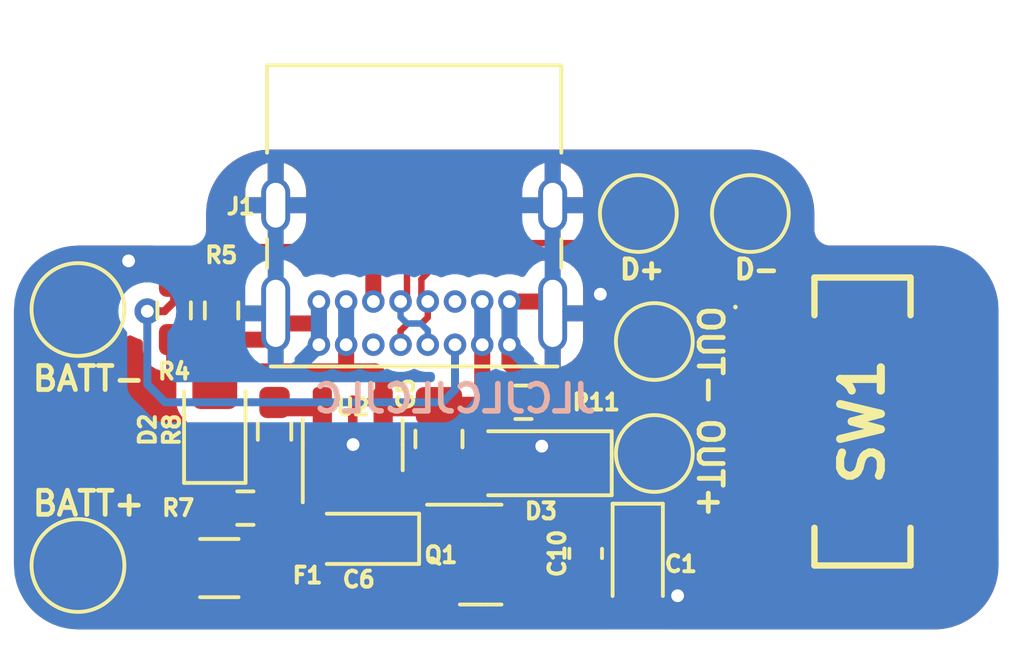
<source format=kicad_pcb>
(kicad_pcb (version 20221018) (generator pcbnew)
  (title_block (comment 4 "AISLER Project ID: MNDLWZEN"))
  (layers (0 "F.Cu" signal) (31 "B.Cu" signal) (34 "B.Paste" user) (35 "F.Paste" user) (36 "B.SilkS" user "B.Silkscreen") (37 "F.SilkS" user "F.Silkscreen") (38 "B.Mask" user) (39 "F.Mask" user) (44 "Edge.Cuts" user))
  (net 0 "")
  (net 1 "VBUS")
  (net 2 "GND")
  (net 3 "+BATT")
  (net 4 "Net-(D3-K)")
  (net 5 "Net-(D2-K)")
  (net 6 "Net-(J1-CC1)")
  (net 7 "USB_D+")
  (net 8 "USB_D-")
  (net 10 "Net-(J1-CC2)")
  (net 12 "Net-(U2-~{CHRG})")
  (net 13 "Net-(U2-PROG)")
  (net 15 "Net-(SW1-B)")
  (net 16 "Net-(F1-Pad2)")
  (footprint "TestPoint:TestPoint_Pad_D2.0mm" (layer "F.Cu") (at 119.5 102)
    (fp_text reference "TP5" hide)
    (fp_text value "D+")
    (fp_circle (center 0 0) (end 0 1.2) (stroke (width 0.12)) (fill none) (layer "F.SilkS"))
    (pad "1" smd circle (at 0 0) (size 2 2) (layers "F.Cu" "F.Mask") (net 7 "USB_D+"))
  )
  (footprint "TestPoint:TestPoint_Pad_D2.5mm" (layer "F.Cu") (at 102 113)
    (fp_text reference "TP1" hide)
    (fp_text value "BATT+")
    (fp_circle (center 0 0) (end 0 1.45) (stroke (width 0.12)) (fill none) (layer "F.SilkS"))
    (pad "1" smd circle (at 0 0) (size 2.5 2.5) (layers "F.Cu" "F.Mask") (net 16 "Net-(F1-Pad2)"))
  )
  (footprint "Package_TO_SOT_SMD:TSOT-23-5" (layer "F.Cu") (at 110.5814 109.2255 90)
    (fp_text reference "U2" (at 1.1739 0.0102) (layer "F.SilkS") (effects (font (size 0.5 0.5))))
    (fp_text value "LTC4054ES5-4.2")
    (fp_line (start 0 -1.56) (end -1.8 -1.56) (stroke (width 0.12)) (layer "F.SilkS"))
    (fp_line (start 0 -1.56) (end 0.8 -1.56) (stroke (width 0.12)) (layer "F.SilkS"))
    (fp_line (start 0 1.56) (end -0.8 1.56) (stroke (width 0.12)) (layer "F.SilkS"))
    (fp_line (start 0 1.56) (end 0.8 1.56) (stroke (width 0.12)) (layer "F.SilkS"))
    (pad "1" smd roundrect (at -1.1375 -0.95 90) (size 1.325 0.6) (layers "F.Cu" "F.Paste" "F.Mask") (net 12 "Net-(U2-~{CHRG})"))
    (pad "2" smd roundrect (at -1.1375 0 90) (size 1.325 0.6) (layers "F.Cu" "F.Paste" "F.Mask") (net 2 "GND"))
    (pad "3" smd roundrect (at -1.1375 0.95 90) (size 1.325 0.6) (layers "F.Cu" "F.Paste" "F.Mask") (net 3 "+BATT"))
    (pad "4" smd roundrect (at 1.1375 0.95 90) (size 1.325 0.6) (layers "F.Cu" "F.Paste" "F.Mask") (net 1 "VBUS"))
    (pad "5" smd roundrect (at 1.1375 -0.95 90) (size 1.325 0.6) (layers "F.Cu" "F.Paste" "F.Mask") (net 13 "Net-(U2-PROG)"))
  )
  (footprint "Fuse:Fuse_1206_3216Metric_Pad1.42x1.75mm_HandSolder" (layer "F.Cu") (at 106.4149 113.0808 180)
    (fp_text reference "F1" (at -2.7543 -0.2286) (layer "F.SilkS") (effects (font (size 0.5 0.5) (thickness 0.125) bold)))
    (fp_text value "0,5A")
    (fp_line (start -0.602064 -0.91) (end 0.602064 -0.91) (stroke (width 0.12)) (layer "F.SilkS"))
    (fp_line (start -0.602064 0.91) (end 0.602064 0.91) (stroke (width 0.12)) (layer "F.SilkS"))
    (pad "1" smd roundrect (at -1.4875 0 180) (size 1.425 1.75) (layers "F.Cu" "F.Paste" "F.Mask") (roundrect_rratio 0.1754392982) (net 3 "+BATT"))
    (pad "2" smd roundrect (at 1.4875 0 180) (size 1.425 1.75) (layers "F.Cu" "F.Paste" "F.Mask") (roundrect_rratio 0.1754392982) (net 16 "Net-(F1-Pad2)"))
  )
  (footprint "TestPoint:TestPoint_Pad_D2.5mm" (layer "F.Cu") (at 102 105)
    (fp_text reference "TP2" hide)
    (fp_text value "BATT-")
    (fp_circle (center 0 0) (end 0 1.45) (stroke (width 0.12)) (fill none) (layer "F.SilkS"))
    (pad "1" smd circle (at 0 0) (size 2.5 2.5) (layers "F.Cu" "F.Mask") (net 2 "GND"))
  )
  (footprint "Resistor_SMD:R_0603_1608Metric_Pad0.98x0.95mm_HandSolder" (layer "F.Cu") (at 108.1392 108.8172 90)
    (fp_text reference "R8" (at 0.0544 -3.2118 90) (layer "F.SilkS") (effects (font (size 0.5 0.5))))
    (fp_text value "4,7k")
    (fp_line (start -0.254724 -0.5225) (end 0.254724 -0.5225) (stroke (width 0.12)) (layer "F.SilkS"))
    (fp_line (start -0.254724 0.5225) (end 0.254724 0.5225) (stroke (width 0.12)) (layer "F.SilkS"))
    (pad "1" smd roundrect (at -0.9125 0 90) (size 0.975 0.95) (layers "F.Cu" "F.Paste" "F.Mask") (net 2 "GND"))
    (pad "2" smd roundrect (at 0.9125 0 90) (size 0.975 0.95) (layers "F.Cu" "F.Paste" "F.Mask") (net 13 "Net-(U2-PROG)"))
  )
  (footprint "Capacitor_SMD:C_0805_2012Metric_Pad1.18x1.45mm_HandSolder" (layer "F.Cu") (at 113.2738 109.0477 -90)
    (fp_text reference "C5" (at -1.4025 1.0312 -90) (layer "F.SilkS") (effects (font (size 0.5 0.5))))
    (fp_text value "1uF")
    (fp_line (start -0.261252 -0.735) (end 0.261252 -0.735) (stroke (width 0.12)) (layer "F.SilkS"))
    (fp_line (start -0.261252 0.735) (end 0.261252 0.735) (stroke (width 0.12)) (layer "F.SilkS"))
    (pad "1" smd roundrect (at -1.0375 0 270) (size 1.175 1.45) (layers "F.Cu" "F.Paste" "F.Mask") (roundrect_rratio 0.2127659574) (net 1 "VBUS"))
    (pad "2" smd roundrect (at 1.0375 0 270) (size 1.175 1.45) (layers "F.Cu" "F.Paste" "F.Mask") (roundrect_rratio 0.2127659574) (net 2 "GND"))
  )
  (footprint "TestPoint:TestPoint_Pad_D2.0mm" (layer "F.Cu") (at 120 109.5)
    (fp_text reference "TP3" hide)
    (fp_text value "OUT+")
    (fp_circle (center 0 0) (end 0 1.2) (stroke (width 0.12)) (fill none) (layer "F.SilkS"))
    (pad "1" smd circle (at 0 0) (size 2 2) (layers "F.Cu" "F.Mask") (net 15 "Net-(SW1-B)"))
  )
  (footprint "Resistor_SMD:R_0603_1608Metric_Pad0.98x0.95mm_HandSolder" (layer "F.Cu") (at 115.9132 107.8992 180)
    (fp_text reference "R11" (at -2.273 0 180) (layer "F.SilkS") (effects (font (size 0.5 0.5))))
    (fp_text value "10k")
    (fp_line (start -0.254724 -0.5225) (end 0.254724 -0.5225) (stroke (width 0.12)) (layer "F.SilkS"))
    (fp_line (start -0.254724 0.5225) (end 0.254724 0.5225) (stroke (width 0.12)) (layer "F.SilkS"))
    (pad "1" smd roundrect (at -0.9125 0 180) (size 0.975 0.95) (layers "F.Cu" "F.Paste" "F.Mask") (net 2 "GND"))
    (pad "2" smd roundrect (at 0.9125 0 180) (size 0.975 0.95) (layers "F.Cu" "F.Paste" "F.Mask") (net 1 "VBUS"))
  )
  (footprint "JS202011SCQN:JS202011SCQN" (layer "F.Cu") (at 126.5 108.5 -90)
    (fp_text reference "SW1" (at 0 0.002 90) (layer "F.SilkS") (effects (font (size 1.27 1.27) (thickness 0.254))))
    (fp_text value "JS202011SCQN" hide)
    (fp_line (start -4.5 -1.5) (end -4.5 1.5) (stroke (width 0.2)) (layer "F.SilkS"))
    (fp_line (start -4.5 -1.5) (end -3.323 -1.5) (stroke (width 0.2)) (layer "F.SilkS"))
    (fp_line (start -4.5 1.5) (end -3.323 1.5) (stroke (width 0.2)) (layer "F.SilkS"))
    (fp_line (start -3.614 3.968) (end -3.614 3.968) (stroke (width 0.07159)) (layer "F.SilkS"))
    (fp_line (start -3.542 3.968) (end -3.542 3.968) (stroke (width 0.07159)) (layer "F.SilkS"))
    (fp_line (start 4.5 -1.5) (end 3.323 -1.5) (stroke (width 0.2)) (layer "F.SilkS"))
    (fp_line (start 4.5 1.5) (end 3.323 1.5) (stroke (width 0.2)) (layer "F.SilkS"))
    (fp_line (start 4.5 1.5) (end 4.5 -1.5) (stroke (width 0.2)) (layer "F.SilkS"))
    (fp_arc (start -3.614 3.968) (mid -3.578 3.932) (end -3.542 3.968) (stroke (width 0.07159)) (layer "F.SilkS"))
    (fp_arc (start -3.542 3.968) (mid -3.578 4.004) (end -3.614 3.968) (stroke (width 0.07159)) (layer "F.SilkS"))
    (pad "1" smd rect (at -2.5 2.75 270) (size 1.2 2.5) (layers "F.Cu" "F.Paste" "F.Mask"))
    (pad "2" smd rect (at 0 2.75 270) (size 1.2 2.5) (layers "F.Cu" "F.Paste" "F.Mask") (net 15 "Net-(SW1-B)"))
    (pad "3" smd rect (at 2.5 2.75 270) (size 1.2 2.5) (layers "F.Cu" "F.Paste" "F.Mask") (net 4 "Net-(D3-K)"))
    (pad "4" smd rect (at 2.5 -2.75 270) (size 1.2 2.5) (layers "F.Cu" "F.Paste" "F.Mask"))
    (pad "5" smd rect (at 0 -2.75 270) (size 1.2 2.5) (layers "F.Cu" "F.Paste" "F.Mask"))
    (pad "6" smd rect (at -2.5 -2.75 270) (size 1.2 2.5) (layers "F.Cu" "F.Paste" "F.Mask"))
  )
  (footprint "Connector_USB:USB_C_Receptacle_GCT_USB4085" (layer "F.Cu") (at 115.475 106.1 180)
    (fp_text reference "J1" (at 8.3886 4.3222) (layer "F.SilkS") (effects (font (size 0.5 0.5) (thickness 0.125))))
    (fp_text value "USB_C_Receptacle_USB2.0")
    (fp_line (start -1.62 2.4) (end -1.62 3.3) (stroke (width 0.12)) (layer "F.SilkS"))
    (fp_line (start -1.62 6) (end -1.62 8.73) (stroke (width 0.12)) (layer "F.SilkS"))
    (fp_line (start -1.62 8.73) (end 7.57 8.73) (stroke (width 0.12)) (layer "F.SilkS"))
    (fp_line (start -1.5 -0.68) (end 7.45 -0.68) (stroke (width 0.12)) (layer "F.SilkS"))
    (fp_line (start 7.57 2.4) (end 7.57 3.3) (stroke (width 0.12)) (layer "F.SilkS"))
    (fp_line (start 7.57 6) (end 7.57 8.73) (stroke (width 0.12)) (layer "F.SilkS"))
    (pad "A1" thru_hole circle (at 0 0 180) (size 0.7 0.7) (drill 0.4) (layers "*.Cu" "*.Mask") (net 2 "GND"))
    (pad "A4" thru_hole circle (at 0.85 0 180) (size 0.7 0.7) (drill 0.4) (layers "*.Cu" "*.Mask") (net 1 "VBUS"))
    (pad "A5" thru_hole circle (at 1.7 0 180) (size 0.7 0.7) (drill 0.4) (layers "*.Cu" "*.Mask") (net 6 "Net-(J1-CC1)"))
    (pad "A6" thru_hole circle (at 2.55 0 180) (size 0.7 0.7) (drill 0.4) (layers "*.Cu" "*.Mask") (net 7 "USB_D+"))
    (pad "A7" thru_hole circle (at 3.4 0 180) (size 0.7 0.7) (drill 0.4) (layers "*.Cu" "*.Mask") (net 8 "USB_D-"))
    (pad "A8" thru_hole circle (at 4.25 0 180) (size 0.7 0.7) (drill 0.4) (layers "*.Cu" "*.Mask"))
    (pad "A9" thru_hole circle (at 5.1 0 180) (size 0.7 0.7) (drill 0.4) (layers "*.Cu" "*.Mask") (net 1 "VBUS"))
    (pad "A12" thru_hole circle (at 5.95 0 180) (size 0.7 0.7) (drill 0.4) (layers "*.Cu" "*.Mask") (net 2 "GND"))
    (pad "B1" thru_hole circle (at 5.95 1.35 180) (size 0.7 0.7) (drill 0.4) (layers "*.Cu" "*.Mask") (net 2 "GND"))
    (pad "B4" thru_hole circle (at 5.1 1.35 180) (size 0.7 0.7) (drill 0.4) (layers "*.Cu" "*.Mask") (net 1 "VBUS"))
    (pad "B5" thru_hole circle (at 4.25 1.35 180) (size 0.7 0.7) (drill 0.4) (layers "*.Cu" "*.Mask") (net 10 "Net-(J1-CC2)"))
    (pad "B6" thru_hole circle (at 3.4 1.35 180) (size 0.7 0.7) (drill 0.4) (layers "*.Cu" "*.Mask") (net 7 "USB_D+"))
    (pad "B7" thru_hole circle (at 2.55 1.35 180) (size 0.7 0.7) (drill 0.4) (layers "*.Cu" "*.Mask") (net 8 "USB_D-"))
    (pad "B8" thru_hole circle (at 1.7 1.35 180) (size 0.7 0.7) (drill 0.4) (layers "*.Cu" "*.Mask"))
    (pad "B9" thru_hole circle (at 0.85 1.35 180) (size 0.7 0.7) (drill 0.4) (layers "*.Cu" "*.Mask") (net 1 "VBUS"))
    (pad "B12" thru_hole circle (at 0 1.35 180) (size 0.7 0.7) (drill 0.4) (layers "*.Cu" "*.Mask") (net 2 "GND"))
    (pad "S1" thru_hole oval (at -1.35 0.98 180) (size 0.9 2.4) (drill oval 0.6 2.1) (layers "*.Cu" "*.Mask") (net 2 "GND"))
    (pad "S1" thru_hole oval (at -1.35 4.36 180) (size 0.9 1.7) (drill oval 0.6 1.4) (layers "*.Cu" "*.Mask") (net 2 "GND"))
    (pad "S1" thru_hole oval (at 7.3 0.98 180) (size 0.9 2.4) (drill oval 0.6 2.1) (layers "*.Cu" "*.Mask") (net 2 "GND"))
    (pad "S1" thru_hole oval (at 7.3 4.36 180) (size 0.9 1.7) (drill oval 0.6 1.4) (layers "*.Cu" "*.Mask") (net 2 "GND"))
  )
  (footprint "TestPoint:TestPoint_Pad_D2.0mm" (layer "F.Cu") (at 120 106)
    (fp_text reference "TP6" hide)
    (fp_text value "OUT-")
    (fp_circle (center 0 0) (end 0 1.2) (stroke (width 0.12)) (fill none) (layer "F.SilkS"))
    (pad "1" smd circle (at 0 0) (size 2 2) (layers "F.Cu" "F.Mask") (net 2 "GND"))
  )
  (footprint "Capacitor_Tantalum_SMD:CP_EIA-2012-15_AVX-P_Pad1.30x1.05mm_HandSolder" (layer "F.Cu") (at 110.7694 112.1664 180)
    (fp_text reference "C6" (at 0 -1.27) (layer "F.SilkS") (effects (font (size 0.5 0.5))))
    (fp_text value "10uF")
    (fp_line (start -1.885 -0.785) (end -1.885 0.785) (stroke (width 0.12)) (layer "F.SilkS"))
    (fp_line (start -1.885 0.785) (end 1 0.785) (stroke (width 0.12)) (layer "F.SilkS"))
    (fp_line (start 1 -0.785) (end -1.885 -0.785) (stroke (width 0.12)) (layer "F.SilkS"))
    (pad "1" smd roundrect (at -0.975 0 180) (size 1.3 1.05) (layers "F.Cu" "F.Paste" "F.Mask") (roundrect_rratio 0.2380952381) (net 3 "+BATT"))
    (pad "2" smd roundrect (at 0.975 0 180) (size 1.3 1.05) (layers "F.Cu" "F.Paste" "F.Mask") (roundrect_rratio 0.2380952381) (net 2 "GND"))
  )
  (footprint "Capacitor_Tantalum_SMD:CP_EIA-2012-15_AVX-P_Pad1.30x1.05mm_HandSolder" (layer "F.Cu") (at 119.4816 112.9538 -90)
    (fp_text reference "C1" (at 0 -1.3462 -180) (layer "F.SilkS") (effects (font (size 0.5 0.5))))
    (fp_text value "10uF")
    (fp_line (start -1.885 -0.785) (end -1.885 0.785) (stroke (width 0.12)) (layer "F.SilkS"))
    (fp_line (start -1.885 0.785) (end 1 0.785) (stroke (width 0.12)) (layer "F.SilkS"))
    (fp_line (start 1 -0.785) (end -1.885 -0.785) (stroke (width 0.12)) (layer "F.SilkS"))
    (pad "1" smd roundrect (at -0.975 0 270) (size 1.3 1.05) (layers "F.Cu" "F.Paste" "F.Mask") (roundrect_rratio 0.2380952381) (net 4 "Net-(D3-K)"))
    (pad "2" smd roundrect (at 0.975 0 270) (size 1.3 1.05) (layers "F.Cu" "F.Paste" "F.Mask") (roundrect_rratio 0.2380952381) (net 2 "GND"))
  )
  (footprint "Capacitor_SMD:C_0603_1608Metric_Pad1.08x0.95mm_HandSolder" (layer "F.Cu") (at 117.856 112.6236 -90)
    (fp_text reference "C10" (at 0 0.889 -90) (layer "F.SilkS") (effects (font (size 0.5 0.5))))
    (fp_text value "100nF")
    (fp_line (start -0.146267 -0.51) (end 0.146267 -0.51) (stroke (width 0.12)) (layer "F.SilkS"))
    (fp_line (start -0.146267 0.51) (end 0.146267 0.51) (stroke (width 0.12)) (layer "F.SilkS"))
    (pad "1" smd roundrect (at -0.8625 0 270) (size 1.075 0.95) (layers "F.Cu" "F.Paste" "F.Mask") (net 4 "Net-(D3-K)"))
    (pad "2" smd roundrect (at 0.8625 0 270) (size 1.075 0.95) (layers "F.Cu" "F.Paste" "F.Mask") (net 2 "GND"))
  )
  (footprint "Diode_SMD:D_SOD-123F" (layer "F.Cu") (at 116.459 109.8042 180)
    (fp_text reference "D3" (at 0 -1.4986) (layer "F.SilkS") (effects (font (size 0.5 0.5))))
    (fp_text value "BAT760")
    (fp_line (start -2.21 -1) (end -2.21 1) (stroke (width 0.12)) (layer "F.SilkS"))
    (fp_line (start -2.21 -1) (end 1.65 -1) (stroke (width 0.12)) (layer "F.SilkS"))
    (fp_line (start -2.21 1) (end 1.65 1) (stroke (width 0.12)) (layer "F.SilkS"))
    (pad "1" smd roundrect (at -1.4 0 180) (size 1.1 1.1) (layers "F.Cu" "F.Paste" "F.Mask") (roundrect_rratio 0.2272727273) (net 4 "Net-(D3-K)"))
    (pad "2" smd roundrect (at 1.4 0 180) (size 1.1 1.1) (layers "F.Cu" "F.Paste" "F.Mask") (roundrect_rratio 0.2272727273) (net 1 "VBUS"))
  )
  (footprint "Resistor_SMD:R_0603_1608Metric_Pad0.98x0.95mm_HandSolder" (layer "F.Cu") (at 106.4848 105.029 -90)
    (fp_text reference "R5" (at -1.7272 0.008 -180) (layer "F.SilkS") (effects (font (size 0.5 0.5))))
    (fp_text value "5.1k")
    (fp_line (start -0.254724 -0.5225) (end 0.254724 -0.5225) (stroke (width 0.12)) (layer "F.SilkS"))
    (fp_line (start -0.254724 0.5225) (end 0.254724 0.5225) (stroke (width 0.12)) (layer "F.SilkS"))
    (pad "1" smd roundrect (at -0.9125 0 270) (size 0.975 0.95) (layers "F.Cu" "F.Paste" "F.Mask") (net 10 "Net-(J1-CC2)"))
    (pad "2" smd roundrect (at 0.9125 0 270) (size 0.975 0.95) (layers "F.Cu" "F.Paste" "F.Mask") (net 2 "GND"))
  )
  (footprint "LED_SMD:LED_0805_2012Metric_Pad1.15x1.40mm_HandSolder" (layer "F.Cu") (at 106.2736 108.5596 90)
    (fp_text reference "D2" (at -0.1977 -2.098 90) (layer "F.SilkS") (effects (font (size 0.5 0.5))))
    (fp_text value "LED-RT")
    (fp_line (start -1.86 -0.96) (end -1.86 0.96) (stroke (width 0.12)) (layer "F.SilkS"))
    (fp_line (start -1.86 0.96) (end 1 0.96) (stroke (width 0.12)) (layer "F.SilkS"))
    (fp_line (start 1 -0.96) (end -1.86 -0.96) (stroke (width 0.12)) (layer "F.SilkS"))
    (pad "1" smd roundrect (at -1.025 0 90) (size 1.15 1.4) (layers "F.Cu" "F.Paste" "F.Mask") (roundrect_rratio 0.2173913043) (net 5 "Net-(D2-K)"))
    (pad "2" smd roundrect (at 1.025 0 90) (size 1.15 1.4) (layers "F.Cu" "F.Paste" "F.Mask") (roundrect_rratio 0.2173913043) (net 1 "VBUS"))
  )
  (footprint "Package_TO_SOT_SMD:SOT-23" (layer "F.Cu") (at 114.5771 112.6592)
    (fp_text reference "Q1" (at -1.2423 0.0152) (layer "F.SilkS") (effects (font (size 0.5 0.5))))
    (fp_text value "Si2307")
    (fp_line (start 0 -1.56) (end -1.675 -1.56) (stroke (width 0.12)) (layer "F.SilkS"))
    (fp_line (start 0 -1.56) (end 0.65 -1.56) (stroke (width 0.12)) (layer "F.SilkS"))
    (fp_line (start 0 1.56) (end -0.65 1.56) (stroke (width 0.12)) (layer "F.SilkS"))
    (fp_line (start 0 1.56) (end 0.65 1.56) (stroke (width 0.12)) (layer "F.SilkS"))
    (pad "1" smd roundrect (at -0.9375 -0.95) (size 1.475 0.6) (layers "F.Cu" "F.Paste" "F.Mask") (net 1 "VBUS"))
    (pad "2" smd roundrect (at -0.9375 0.95) (size 1.475 0.6) (layers "F.Cu" "F.Paste" "F.Mask") (net 4 "Net-(D3-K)"))
    (pad "3" smd roundrect (at 0.9375 0) (size 1.475 0.6) (layers "F.Cu" "F.Paste" "F.Mask") (net 3 "+BATT"))
  )
  (footprint "Resistor_SMD:R_0603_1608Metric_Pad0.98x0.95mm_HandSolder" (layer "F.Cu") (at 107.2286 111.2067 180)
    (fp_text reference "R7" (at 2.098 0.0055) (layer "F.SilkS") (effects (font (size 0.5 0.5))))
    (fp_text value "330Ω")
    (fp_line (start -0.254724 -0.5225) (end 0.254724 -0.5225) (stroke (width 0.12)) (layer "F.SilkS"))
    (fp_line (start -0.254724 0.5225) (end 0.254724 0.5225) (stroke (width 0.12)) (layer "F.SilkS"))
    (pad "1" smd roundrect (at -0.9125 0 180) (size 0.975 0.95) (layers "F.Cu" "F.Paste" "F.Mask") (net 12 "Net-(U2-~{CHRG})"))
    (pad "2" smd roundrect (at 0.9125 0 180) (size 0.975 0.95) (layers "F.Cu" "F.Paste" "F.Mask") (net 5 "Net-(D2-K)"))
  )
  (footprint "Resistor_SMD:R_0603_1608Metric_Pad0.98x0.95mm_HandSolder" (layer "F.Cu") (at 105.0036 105.029 -90)
    (fp_text reference "R4" (at 1.905 0 -180) (layer "F.SilkS") (effects (font (size 0.5 0.5))))
    (fp_text value "5.1k")
    (fp_line (start -0.254724 -0.5225) (end 0.254724 -0.5225) (stroke (width 0.12)) (layer "F.SilkS"))
    (fp_line (start -0.254724 0.5225) (end 0.254724 0.5225) (stroke (width 0.12)) (layer "F.SilkS"))
    (pad "1" smd roundrect (at -0.9125 0 270) (size 0.975 0.95) (layers "F.Cu" "F.Paste" "F.Mask") (net 6 "Net-(J1-CC1)"))
    (pad "2" smd roundrect (at 0.9125 0 270) (size 0.975 0.95) (layers "F.Cu" "F.Paste" "F.Mask") (net 2 "GND"))
  )
  (footprint "TestPoint:TestPoint_Pad_D2.0mm" (layer "F.Cu") (at 123 102)
    (fp_text reference "TP4" hide)
    (fp_text value "D-")
    (fp_circle (center 0 0) (end 0 1.2) (stroke (width 0.12)) (fill none) (layer "F.SilkS"))
    (pad "1" smd circle (at 0 0) (size 2 2) (layers "F.Cu" "F.Mask") (net 8 "USB_D-"))
  )
  (footprint "LOGO" (layer "B.Cu") (at 126.619 108.9914 180)
    (fp_text reference "G***" hide)
    (fp_text value "LOGO" hide)
  )
  (gr_arc (start 123 100) (mid 124.414214 100.585786) (end 125 102) (stroke (width 0.001)) (layer "Edge.Cuts"))
  (gr_arc (start 130.75 113) (mid 130.164214 114.414214) (end 128.75 115) (stroke (width 0.001)) (layer "Edge.Cuts"))
  (gr_line (start 125 102) (end 125 102.5) (stroke (width 0.001)) (layer "Edge.Cuts"))
  (gr_line (start 130.75 113) (end 130.75 105) (stroke (width 0.001)) (layer "Edge.Cuts"))
  (gr_line (start 102 115) (end 128.75 115) (stroke (width 0.001)) (layer "Edge.Cuts"))
  (gr_line (start 102 103) (end 105.5 103) (stroke (width 0.001)) (layer "Edge.Cuts"))
  (gr_arc (start 102 115) (mid 100.585786 114.414214) (end 100 113) (stroke (width 0.001)) (layer "Edge.Cuts"))
  (gr_line (start 106 102) (end 106 102.5) (stroke (width 0.001)) (layer "Edge.Cuts"))
  (gr_arc (start 106 102.5) (mid 105.853554 102.853554) (end 105.5 103) (stroke (width 0.001)) (layer "Edge.Cuts"))
  (gr_line (start 123 100) (end 108 100) (stroke (width 0.001)) (layer "Edge.Cuts"))
  (gr_arc (start 128.75 103) (mid 130.164214 103.585786) (end 130.75 105) (stroke (width 0.001)) (layer "Edge.Cuts"))
  (gr_line (start 100 105) (end 100 113) (stroke (width 0.001)) (layer "Edge.Cuts"))
  (gr_arc (start 125.5 103) (mid 125.146447 102.853553) (end 125 102.5) (stroke (width 0.001)) (layer "Edge.Cuts"))
  (gr_line (start 128.75 103) (end 125.5 103) (stroke (width 0.001)) (layer "Edge.Cuts"))
  (gr_arc (start 100 105) (mid 100.585786 103.585786) (end 102 103) (stroke (width 0.001)) (layer "Edge.Cuts"))
  (gr_arc (start 106 102) (mid 106.585786 100.585786) (end 108 100) (stroke (width 0.001)) (layer "Edge.Cuts"))
  (gr_text "JLCJLCJLCJLC" (at 118.2624 108.2802) (layer "B.SilkS") (effects (font (size 0.85 0.85) (thickness 0.175) bold) (justify left bottom mirror)))
  (gr_text "D-" (at 122.428 104.1) (layer "F.SilkS") (effects (font (size 0.6 0.6) (thickness 0.15) bold) (justify left bottom)))
  (gr_text "D+" (at 118.8466 104.1) (layer "F.SilkS") (effects (font (size 0.6 0.6) (thickness 0.15) bold) (justify left bottom)))
  (gr_text "OUT-" (at 121.3 104.81 270) (layer "F.SilkS") (effects (font (size 0.75 0.75) (thickness 0.15) bold) (justify left bottom)))
  (gr_text "BATT+" (at 100.5 111.5) (layer "F.SilkS") (effects (font (size 0.75 0.75) (thickness 0.15) bold) (justify left bottom)))
  (gr_text "OUT+" (at 121.3 108.32 270) (layer "F.SilkS") (effects (font (size 0.75 0.75) (thickness 0.15) bold) (justify left bottom)))
  (gr_text "BATT-" (at 100.5 107.6) (layer "F.SilkS") (effects (font (size 0.75 0.75) (thickness 0.15) bold) (justify left bottom)))
  (segment (start 110.375 106.934) (end 111.2774 106.934) (width 0.5) (layer "F.Cu") (net 1))
  (segment (start 115.0007 107.8992) (end 115.0007 109.7459) (width 0.5) (layer "F.Cu") (net 1))
  (segment (start 114.625 106.1) (end 114.625 107.7749) (width 0.5) (layer "F.Cu") (net 1))
  (segment (start 115.059 111.2804) (end 115.059 109.8042) (width 0.5) (layer "F.Cu") (net 1))
  (segment (start 113.6396 111.7092) (end 114.6302 111.7092) (width 0.5) (layer "F.Cu") (net 1))
  (segment (start 115.0007 107.9754) (end 113.3086 107.9754) (width 0.5) (layer "F.Cu") (net 1))
  (segment (start 110.375 106.1) (end 110.375 106.934) (width 0.5) (layer "F.Cu") (net 1))
  (segment (start 111.5314 108.088) (end 113.196 108.088) (width 0.5) (layer "F.Cu") (net 1))
  (segment (start 111.2774 106.934) (end 111.5314 107.188) (width 0.5) (layer "F.Cu") (net 1))
  (segment (start 111.5314 107.188) (end 111.5314 108.088) (width 0.5) (layer "F.Cu") (net 1))
  (segment (start 106.8742 106.934) (end 106.2736 107.5346) (width 0.5) (layer "F.Cu") (net 1))
  (segment (start 110.375 106.934) (end 106.8742 106.934) (width 0.5) (layer "F.Cu") (net 1))
  (segment (start 114.6302 111.7092) (end 115.059 111.2804) (width 0.5) (layer "F.Cu") (net 1))
  (segment (start 110.375 104.75) (end 110.375 106.1) (width 0.5) (layer "B.Cu") (net 1))
  (segment (start 114.625 104.75) (end 114.625 106.1) (width 0.5) (layer "B.Cu") (net 1))
  (segment (start 108.175 105.12) (end 108.4904 105.4354) (width 0.5) (layer "F.Cu") (net 2))
  (segment (start 109.525 106.1) (end 109.525 105.4354) (width 0.5) (layer "F.Cu") (net 2))
  (segment (start 110.5814 109.2302) (end 110.5916 109.22) (width 0.5) (layer "F.Cu") (net 2))
  (segment (start 108.6358 109.22) (end 110.5916 109.22) (width 0.5) (layer "F.Cu") (net 2))
  (segment (start 113.2738 109.4638) (end 113.0105 109.2005) (width 0.5) (layer "F.Cu") (net 2))
  (segment (start 119.4816 113.9288) (end 119.294 113.7412) (width 0.5) (layer "F.Cu") (net 2))
  (segment (start 108.0615 105.9415) (end 106.4848 105.9415) (width 0.5) (layer "F.Cu") (net 2))
  (segment (start 108.175 105.828) (end 108.0615 105.9415) (width 0.5) (layer "F.Cu") (net 2))
  (segment (start 116.8257 106.9848) (end 116.8257 105.1207) (width 0.5) (layer "F.Cu") (net 2))
  (segment (start 110.6111 109.2005) (end 110.5916 109.22) (width 0.5) (layer "F.Cu") (net 2))
  (segment (start 119.294 113.7412) (end 118.1111 113.7412) (width 0.5) (layer "F.Cu") (net 2))
  (segment (start 116.825 104.9552) (end 116.6198 104.75) (width 0.5) (layer "F.Cu") (net 2))
  (segment (start 118.1111 113.7412) (end 117.856 113.4861) (width 0.5) (layer "F.Cu") (net 2))
  (segment (start 115.475 106.1) (end 115.475 106.6866) (width 0.5) (layer "F.Cu") (net 2))
  (segment (start 110.5814 111.3794) (end 109.7944 112.1664) (width 0.5) (layer "F.Cu") (net 2))
  (segment (start 115.475 106.6866) (end 115.7732 106.9848) (width 0.5) (layer "F.Cu") (net 2))
  (segment (start 116.6198 104.75) (end 115.475 104.75) (width 0.5) (layer "F.Cu") (net 2))
  (segment (start 115.7732 106.9848) (end 116.8257 106.9848) (width 0.5) (layer "F.Cu") (net 2))
  (segment (start 120.7262 113.9444) (end 120.7106 113.9288) (width 0.5) (layer "F.Cu") (net 2))
  (segment (start 116.8257 107.8992) (end 116.8257 106.9848) (width 0.5) (layer "F.Cu") (net 2))
  (segment (start 113.2738 110.0852) (end 113.2738 109.4638) (width 0.5) (layer "F.Cu") (net 2))
  (segment (start 120.7106 113.9288) (end 119.4816 113.9288) (width 0.5) (layer "F.Cu") (net 2))
  (segment (start 116.8257 105.1207) (end 116.825 105.12) (width 0.5) (layer "F.Cu") (net 2))
  (segment (start 109.525 105.4354) (end 109.525 104.75) (width 0.5) (layer "F.Cu") (net 2))
  (segment (start 113.0105 109.2005) (end 110.6111 109.2005) (width 0.5) (layer "F.Cu") (net 2))
  (segment (start 109.525 105.4354) (end 108.4904 105.4354) (width 0.5) (layer "F.Cu") (net 2))
  (segment (start 110.5814 110.363) (end 110.5814 109.2302) (width 0.5) (layer "F.Cu") (net 2))
  (segment (start 116.4844 108.2405) (end 116.8257 107.8992) (width 0.5) (layer "F.Cu") (net 2))
  (segment (start 110.5814 110.363) (end 110.5814 111.3794) (width 0.5) (layer "F.Cu") (net 2))
  (segment (start 108.1392 109.7166) (end 108.6358 109.22) (width 0.5) (layer "F.Cu") (net 2))
  (segment (start 116.4844 109.2708) (end 116.4844 108.2405) (width 0.5) (layer "F.Cu") (net 2))
  (via (at 110.5916 109.22) (size 0.8) (drill 0.4) (layers "F.Cu" "B.Cu") (net 2))
  (via (at 118.3132 104.521) (size 0.8) (drill 0.4) (layers "F.Cu" "B.Cu") (net 2))
  (via (at 103.5812 103.4796) (size 0.8) (drill 0.4) (layers "F.Cu" "B.Cu") (net 2))
  (via (at 116.4844 109.2708) (size 0.8) (drill 0.4) (layers "F.Cu" "B.Cu") (net 2))
  (via (at 120.7262 113.9444) (size 0.8) (drill 0.4) (layers "F.Cu" "B.Cu") (net 2))
  (segment (start 109.525 104.75) (end 109.525 106.1) (width 0.5) (layer "B.Cu") (net 2))
  (segment (start 115.475 104.75) (end 115.475 106.1) (width 0.5) (layer "B.Cu") (net 2))
  (segment (start 113.0402 112.6592) (end 112.8268 112.4458) (width 0.5) (layer "F.Cu") (net 3))
  (segment (start 108.3564 113.6904) (end 111.2012 113.6904) (width 0.5) (layer "F.Cu") (net 3))
  (segment (start 107.9135 113.2475) (end 108.3564 113.6904) (width 0.5) (layer "F.Cu") (net 3))
  (segment (start 115.5146 112.6592) (end 113.0402 112.6592) (width 0.5) (layer "F.Cu") (net 3))
  (segment (start 111.2012 113.6904) (end 111.7444 113.1472) (width 0.5) (layer "F.Cu") (net 3))
  (segment (start 111.5314 110.363) (end 111.5314 111.9534) (width 0.5) (layer "F.Cu") (net 3))
  (segment (start 111.7444 113.1472) (end 111.7444 112.1664) (width 0.5) (layer "F.Cu") (net 3))
  (segment (start 112.8268 112.4458) (end 112.0238 112.4458) (width 0.5) (layer "F.Cu") (net 3))
  (segment (start 107.9135 113.0808) (end 107.9135 113.2475) (width 0.5) (layer "F.Cu") (net 3))
  (segment (start 116.713 113.411) (end 116.713 112.0648) (width 0.5) (layer "F.Cu") (net 4))
  (segment (start 113.6396 113.6092) (end 116.5148 113.6092) (width 0.5) (layer "F.Cu") (net 4))
  (segment (start 117.856 111.7611) (end 117.856 109.8072) (width 0.5) (layer "F.Cu") (net 4))
  (segment (start 122.172 111) (end 123.75 111) (width 0.5) (layer "F.Cu") (net 4))
  (segment (start 121.1932 111.9788) (end 119.4816 111.9788) (width 0.5) (layer "F.Cu") (net 4))
  (segment (start 116.713 112.0648) (end 117.0167 111.7611) (width 0.5) (layer "F.Cu") (net 4))
  (segment (start 117.856 111.7611) (end 119.3655 111.7611) (width 0.5) (layer "F.Cu") (net 4))
  (segment (start 117.0167 111.7611) (end 117.856 111.7611) (width 0.5) (layer "F.Cu") (net 4))
  (segment (start 116.5148 113.6092) (end 116.713 113.411) (width 0.5) (layer "F.Cu") (net 4))
  (segment (start 122.172 111) (end 121.1932 111.9788) (width 0.5) (layer "F.Cu") (net 4))
  (segment (start 106.3161 111.2067) (end 106.3161 109.766) (width 0.5) (layer "F.Cu") (net 5))
  (segment (start 105.0036 104.7496) (end 105.0036 104.1165) (width 0.25) (layer "F.Cu") (net 6))
  (segment (start 104.1654 105.0544) (end 104.6988 105.0544) (width 0.25) (layer "F.Cu") (net 6))
  (segment (start 104.6988 105.0544) (end 105.0036 104.7496) (width 0.25) (layer "F.Cu") (net 6))
  (via (at 104.1654 105.0544) (size 0.8) (drill 0.4) (layers "F.Cu" "B.Cu") (net 6))
  (segment (start 104.7242 107.8992) (end 104.1654 107.3404) (width 0.25) (layer "B.Cu") (net 6))
  (segment (start 113.775 106.1) (end 113.775 107.5098) (width 0.25) (layer "B.Cu") (net 6))
  (segment (start 113.775 107.5098) (end 113.3856 107.8992) (width 0.25) (layer "B.Cu") (net 6))
  (segment (start 104.1654 107.3404) (end 104.1654 105.0544) (width 0.25) (layer "B.Cu") (net 6))
  (segment (start 113.3856 107.8992) (end 104.7242 107.8992) (width 0.25) (layer "B.Cu") (net 6))
  (segment (start 112.274999 104.550001) (end 112.274999 103.865601) (width 0.2) (layer "F.Cu") (net 7))
  (segment (start 115.9126 102.9244) (end 116.5626 102.9244) (width 0.2) (layer "F.Cu") (net 7))
  (segment (start 115.6126 102.231653) (end 115.6126 102.6244) (width 0.2) (layer "F.Cu") (net 7))
  (segment (start 118.5756 102.9244) (end 119.5 102) (width 0.2) (layer "F.Cu") (net 7))
  (segment (start 116.5626 102.9244) (end 118.5756 102.9244) (width 0.2) (layer "F.Cu") (net 7))
  (segment (start 113.2162 102.9244) (end 113.5126 102.9244) (width 0.2) (layer "F.Cu") (net 7))
  (segment (start 113.8126 102.6244) (end 113.8126 102.231677) (width 0.2) (layer "F.Cu") (net 7))
  (segment (start 115.0126 102.6244) (end 115.0126 102.231653) (width 0.2) (layer "F.Cu") (net 7))
  (segment (start 112.075 104.75) (end 112.274999 104.550001) (width 0.2) (layer "F.Cu") (net 7))
  (segment (start 112.274999 103.865601) (end 113.2162 102.9244) (width 0.2) (layer "F.Cu") (net 7))
  (segment (start 114.4126 102.231677) (end 114.4126 102.6244) (width 0.2) (layer "F.Cu") (net 7))
  (arc (start 113.5126 102.9244) (mid 113.724732 102.836532) (end 113.8126 102.6244) (width 0.2) (layer "F.Cu") (net 7))
  (arc (start 114.1126 101.931677) (mid 114.324732 102.019545) (end 114.4126 102.231677) (width 0.2) (layer "F.Cu") (net 7))
  (arc (start 115.6126 102.6244) (mid 115.700468 102.836532) (end 115.9126 102.9244) (width 0.2) (layer "F.Cu") (net 7))
  (arc (start 114.4126 102.6244) (mid 114.500468 102.836532) (end 114.7126 102.9244) (width 0.2) (layer "F.Cu") (net 7))
  (arc (start 115.3126 101.931653) (mid 115.524732 102.019521) (end 115.6126 102.231653) (width 0.2) (layer "F.Cu") (net 7))
  (arc (start 114.7126 102.9244) (mid 114.924732 102.836532) (end 115.0126 102.6244) (width 0.2) (layer "F.Cu") (net 7))
  (arc (start 113.8126 102.231677) (mid 113.900468 102.019545) (end 114.1126 101.931677) (width 0.2) (layer "F.Cu") (net 7))
  (arc (start 115.0126 102.231653) (mid 115.100468 102.019521) (end 115.3126 101.931653) (width 0.2) (layer "F.Cu") (net 7))
  (segment (start 112.075 105.2344) (end 112.075 104.75) (width 0.2) (layer "B.Cu") (net 7))
  (segment (start 112.925 106.1) (end 112.925 105.6526) (width 0.2) (layer "B.Cu") (net 7))
  (segment (start 112.925 105.6526) (end 112.7078 105.4354) (width 0.2) (layer "B.Cu") (net 7))
  (segment (start 112.276 105.4354) (end 112.075 105.2344) (width 0.2) (layer "B.Cu") (net 7))
  (segment (start 112.7078 105.4354) (end 112.276 105.4354) (width 0.2) (layer "B.Cu") (net 7))
  (segment (start 112.725001 104.051999) (end 113.4026 103.3744) (width 0.2) (layer "F.Cu") (net 8))
  (segment (start 113.4026 103.3744) (end 121.6256 103.3744) (width 0.2) (layer "F.Cu") (net 8))
  (segment (start 112.925 105.2436) (end 112.925 104.75) (width 0.2) (layer "F.Cu") (net 8))
  (segment (start 112.075 106.1) (end 112.075 105.6618) (width 0.2) (layer "F.Cu") (net 8))
  (segment (start 112.7332 105.4354) (end 112.3014 105.4354) (width 0.2) (layer "F.Cu") (net 8))
  (segment (start 112.725001 104.550001) (end 112.725001 104.051999) (width 0.2) (layer "F.Cu") (net 8))
  (segment (start 112.7332 105.4354) (end 112.925 105.2436) (width 0.2) (layer "F.Cu") (net 8))
  (segment (start 112.925 104.75) (end 112.725001 104.550001) (width 0.2) (layer "F.Cu") (net 8))
  (segment (start 112.075 105.6618) (end 112.3014 105.4354) (width 0.2) (layer "F.Cu") (net 8))
  (segment (start 121.6256 103.3744) (end 123 102) (width 0.2) (layer "F.Cu") (net 8))
  (segment (start 110.9044 103.2002) (end 106.7308 103.2002) (width 0.5) (layer "F.Cu") (net 10))
  (segment (start 106.7308 103.2002) (end 106.4848 103.4462) (width 0.5) (layer "F.Cu") (net 10))
  (segment (start 111.225 103.5208) (end 110.9044 103.2002) (width 0.5) (layer "F.Cu") (net 10))
  (segment (start 106.4848 103.4462) (end 106.4848 104.1165) (width 0.5) (layer "F.Cu") (net 10))
  (segment (start 111.225 104.75) (end 111.225 103.5208) (width 0.5) (layer "F.Cu") (net 10))
  (segment (start 109.6314 110.363) (end 108.9848 110.363) (width 0.5) (layer "F.Cu") (net 12))
  (segment (start 108.9848 110.363) (end 108.1411 111.2067) (width 0.5) (layer "F.Cu") (net 12))
  (segment (start 109.6314 108.088) (end 108.3225 108.088) (width 0.5) (layer "F.Cu") (net 13))
  (segment (start 121 108.5) (end 120 109.5) (width 0.5) (layer "F.Cu") (net 15))
  (segment (start 123.75 108.5) (end 121 108.5) (width 0.5) (layer "F.Cu") (net 15))
  (segment (start 102 113) (end 104.8577 113) (width 0.5) (layer "F.Cu") (net 16))
  (zone (net 2) (net_name "GND") (layers "F&B.Cu") (connect_pads (clearance 0.5)) (min_thickness 0.25) (fill yes (thermal_gap 0.5) (thermal_bridge_width 0.5))
    (polygon (pts (xy 100 100) (xy 130.75 100) (xy 130.75 115) (xy 100 115)))
  )
)
</source>
